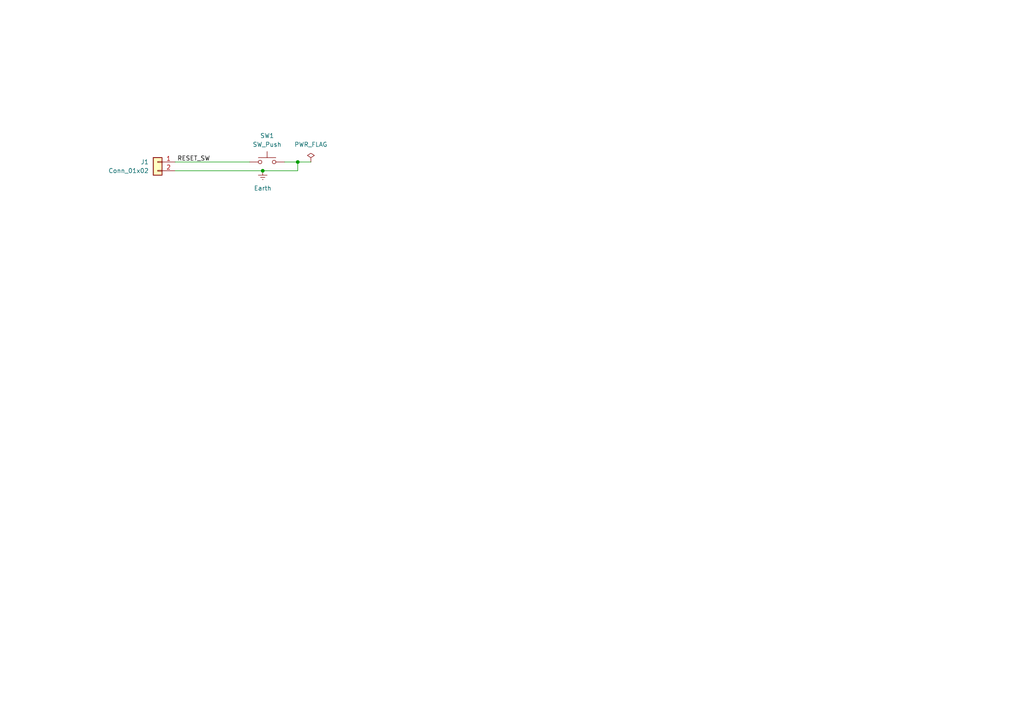
<source format=kicad_sch>
(kicad_sch
	(version 20231120)
	(generator "eeschema")
	(generator_version "8.0")
	(uuid "0dedcc2a-0ccf-43f4-92ef-26eee4e19cbc")
	(paper "A4")
	(lib_symbols
		(symbol "Connector_Generic:Conn_01x02"
			(pin_names
				(offset 1.016) hide)
			(exclude_from_sim no)
			(in_bom yes)
			(on_board yes)
			(property "Reference" "J"
				(at 0 2.54 0)
				(effects
					(font
						(size 1.27 1.27)
					)
				)
			)
			(property "Value" "Conn_01x02"
				(at 0 -5.08 0)
				(effects
					(font
						(size 1.27 1.27)
					)
				)
			)
			(property "Footprint" ""
				(at 0 0 0)
				(effects
					(font
						(size 1.27 1.27)
					)
					(hide yes)
				)
			)
			(property "Datasheet" "~"
				(at 0 0 0)
				(effects
					(font
						(size 1.27 1.27)
					)
					(hide yes)
				)
			)
			(property "Description" "Generic connector, single row, 01x02, script generated (kicad-library-utils/schlib/autogen/connector/)"
				(at 0 0 0)
				(effects
					(font
						(size 1.27 1.27)
					)
					(hide yes)
				)
			)
			(property "ki_keywords" "connector"
				(at 0 0 0)
				(effects
					(font
						(size 1.27 1.27)
					)
					(hide yes)
				)
			)
			(property "ki_fp_filters" "Connector*:*_1x??_*"
				(at 0 0 0)
				(effects
					(font
						(size 1.27 1.27)
					)
					(hide yes)
				)
			)
			(symbol "Conn_01x02_1_1"
				(rectangle
					(start -1.27 -2.413)
					(end 0 -2.667)
					(stroke
						(width 0.1524)
						(type default)
					)
					(fill
						(type none)
					)
				)
				(rectangle
					(start -1.27 0.127)
					(end 0 -0.127)
					(stroke
						(width 0.1524)
						(type default)
					)
					(fill
						(type none)
					)
				)
				(rectangle
					(start -1.27 1.27)
					(end 1.27 -3.81)
					(stroke
						(width 0.254)
						(type default)
					)
					(fill
						(type background)
					)
				)
				(pin passive line
					(at -5.08 0 0)
					(length 3.81)
					(name "Pin_1"
						(effects
							(font
								(size 1.27 1.27)
							)
						)
					)
					(number "1"
						(effects
							(font
								(size 1.27 1.27)
							)
						)
					)
				)
				(pin passive line
					(at -5.08 -2.54 0)
					(length 3.81)
					(name "Pin_2"
						(effects
							(font
								(size 1.27 1.27)
							)
						)
					)
					(number "2"
						(effects
							(font
								(size 1.27 1.27)
							)
						)
					)
				)
			)
		)
		(symbol "Switch:SW_Push"
			(pin_numbers hide)
			(pin_names
				(offset 1.016) hide)
			(exclude_from_sim no)
			(in_bom yes)
			(on_board yes)
			(property "Reference" "SW"
				(at 1.27 2.54 0)
				(effects
					(font
						(size 1.27 1.27)
					)
					(justify left)
				)
			)
			(property "Value" "SW_Push"
				(at 0 -1.524 0)
				(effects
					(font
						(size 1.27 1.27)
					)
				)
			)
			(property "Footprint" ""
				(at 0 5.08 0)
				(effects
					(font
						(size 1.27 1.27)
					)
					(hide yes)
				)
			)
			(property "Datasheet" "~"
				(at 0 5.08 0)
				(effects
					(font
						(size 1.27 1.27)
					)
					(hide yes)
				)
			)
			(property "Description" "Push button switch, generic, two pins"
				(at 0 0 0)
				(effects
					(font
						(size 1.27 1.27)
					)
					(hide yes)
				)
			)
			(property "ki_keywords" "switch normally-open pushbutton push-button"
				(at 0 0 0)
				(effects
					(font
						(size 1.27 1.27)
					)
					(hide yes)
				)
			)
			(symbol "SW_Push_0_1"
				(circle
					(center -2.032 0)
					(radius 0.508)
					(stroke
						(width 0)
						(type default)
					)
					(fill
						(type none)
					)
				)
				(polyline
					(pts
						(xy 0 1.27) (xy 0 3.048)
					)
					(stroke
						(width 0)
						(type default)
					)
					(fill
						(type none)
					)
				)
				(polyline
					(pts
						(xy 2.54 1.27) (xy -2.54 1.27)
					)
					(stroke
						(width 0)
						(type default)
					)
					(fill
						(type none)
					)
				)
				(circle
					(center 2.032 0)
					(radius 0.508)
					(stroke
						(width 0)
						(type default)
					)
					(fill
						(type none)
					)
				)
				(pin passive line
					(at -5.08 0 0)
					(length 2.54)
					(name "1"
						(effects
							(font
								(size 1.27 1.27)
							)
						)
					)
					(number "1"
						(effects
							(font
								(size 1.27 1.27)
							)
						)
					)
				)
				(pin passive line
					(at 5.08 0 180)
					(length 2.54)
					(name "2"
						(effects
							(font
								(size 1.27 1.27)
							)
						)
					)
					(number "2"
						(effects
							(font
								(size 1.27 1.27)
							)
						)
					)
				)
			)
		)
		(symbol "power:Earth"
			(power)
			(pin_numbers hide)
			(pin_names
				(offset 0) hide)
			(exclude_from_sim no)
			(in_bom yes)
			(on_board yes)
			(property "Reference" "#PWR"
				(at 0 -6.35 0)
				(effects
					(font
						(size 1.27 1.27)
					)
					(hide yes)
				)
			)
			(property "Value" "Earth"
				(at 0 -3.81 0)
				(effects
					(font
						(size 1.27 1.27)
					)
				)
			)
			(property "Footprint" ""
				(at 0 0 0)
				(effects
					(font
						(size 1.27 1.27)
					)
					(hide yes)
				)
			)
			(property "Datasheet" "~"
				(at 0 0 0)
				(effects
					(font
						(size 1.27 1.27)
					)
					(hide yes)
				)
			)
			(property "Description" "Power symbol creates a global label with name \"Earth\""
				(at 0 0 0)
				(effects
					(font
						(size 1.27 1.27)
					)
					(hide yes)
				)
			)
			(property "ki_keywords" "global ground gnd"
				(at 0 0 0)
				(effects
					(font
						(size 1.27 1.27)
					)
					(hide yes)
				)
			)
			(symbol "Earth_0_1"
				(polyline
					(pts
						(xy -0.635 -1.905) (xy 0.635 -1.905)
					)
					(stroke
						(width 0)
						(type default)
					)
					(fill
						(type none)
					)
				)
				(polyline
					(pts
						(xy -0.127 -2.54) (xy 0.127 -2.54)
					)
					(stroke
						(width 0)
						(type default)
					)
					(fill
						(type none)
					)
				)
				(polyline
					(pts
						(xy 0 -1.27) (xy 0 0)
					)
					(stroke
						(width 0)
						(type default)
					)
					(fill
						(type none)
					)
				)
				(polyline
					(pts
						(xy 1.27 -1.27) (xy -1.27 -1.27)
					)
					(stroke
						(width 0)
						(type default)
					)
					(fill
						(type none)
					)
				)
			)
			(symbol "Earth_1_1"
				(pin power_in line
					(at 0 0 270)
					(length 0)
					(name "~"
						(effects
							(font
								(size 1.27 1.27)
							)
						)
					)
					(number "1"
						(effects
							(font
								(size 1.27 1.27)
							)
						)
					)
				)
			)
		)
		(symbol "power:PWR_FLAG"
			(power)
			(pin_numbers hide)
			(pin_names
				(offset 0) hide)
			(exclude_from_sim no)
			(in_bom yes)
			(on_board yes)
			(property "Reference" "#FLG"
				(at 0 1.905 0)
				(effects
					(font
						(size 1.27 1.27)
					)
					(hide yes)
				)
			)
			(property "Value" "PWR_FLAG"
				(at 0 3.81 0)
				(effects
					(font
						(size 1.27 1.27)
					)
				)
			)
			(property "Footprint" ""
				(at 0 0 0)
				(effects
					(font
						(size 1.27 1.27)
					)
					(hide yes)
				)
			)
			(property "Datasheet" "~"
				(at 0 0 0)
				(effects
					(font
						(size 1.27 1.27)
					)
					(hide yes)
				)
			)
			(property "Description" "Special symbol for telling ERC where power comes from"
				(at 0 0 0)
				(effects
					(font
						(size 1.27 1.27)
					)
					(hide yes)
				)
			)
			(property "ki_keywords" "flag power"
				(at 0 0 0)
				(effects
					(font
						(size 1.27 1.27)
					)
					(hide yes)
				)
			)
			(symbol "PWR_FLAG_0_0"
				(pin power_out line
					(at 0 0 90)
					(length 0)
					(name "~"
						(effects
							(font
								(size 1.27 1.27)
							)
						)
					)
					(number "1"
						(effects
							(font
								(size 1.27 1.27)
							)
						)
					)
				)
			)
			(symbol "PWR_FLAG_0_1"
				(polyline
					(pts
						(xy 0 0) (xy 0 1.27) (xy -1.016 1.905) (xy 0 2.54) (xy 1.016 1.905) (xy 0 1.27)
					)
					(stroke
						(width 0)
						(type default)
					)
					(fill
						(type none)
					)
				)
			)
		)
	)
	(junction
		(at 86.36 46.99)
		(diameter 0)
		(color 0 0 0 0)
		(uuid "369b69a3-b760-4e33-b6bc-9d11300ceb60")
	)
	(junction
		(at 76.2 49.53)
		(diameter 0)
		(color 0 0 0 0)
		(uuid "c26339fe-d9dc-4424-be51-b88671f1627e")
	)
	(wire
		(pts
			(xy 82.55 46.99) (xy 86.36 46.99)
		)
		(stroke
			(width 0)
			(type default)
		)
		(uuid "89594398-2fdb-4582-8802-b62dc033535e")
	)
	(wire
		(pts
			(xy 50.8 49.53) (xy 76.2 49.53)
		)
		(stroke
			(width 0)
			(type default)
		)
		(uuid "9cb3846b-f571-4874-bd4c-5b7f10ebb5b1")
	)
	(wire
		(pts
			(xy 86.36 46.99) (xy 90.17 46.99)
		)
		(stroke
			(width 0)
			(type default)
		)
		(uuid "9d3fe17b-9629-4c6c-a274-c6b2dda44bc4")
	)
	(wire
		(pts
			(xy 86.36 46.99) (xy 86.36 49.53)
		)
		(stroke
			(width 0)
			(type default)
		)
		(uuid "a9f03c1c-d1e2-4927-9fe5-d867dc521a2a")
	)
	(wire
		(pts
			(xy 76.2 49.53) (xy 86.36 49.53)
		)
		(stroke
			(width 0)
			(type default)
		)
		(uuid "ae27fe5a-784c-4860-bee9-fb2a13b2fb12")
	)
	(wire
		(pts
			(xy 50.8 46.99) (xy 72.39 46.99)
		)
		(stroke
			(width 0)
			(type default)
		)
		(uuid "ed946124-fef6-449f-9529-8ef46e1cc7e4")
	)
	(label "RESET_SW"
		(at 60.96 46.99 180)
		(fields_autoplaced yes)
		(effects
			(font
				(size 1.27 1.27)
			)
			(justify right bottom)
		)
		(uuid "c2e14587-92fd-4342-b243-96d9be5dbcf9")
	)
	(symbol
		(lib_id "power:PWR_FLAG")
		(at 90.17 46.99 0)
		(unit 1)
		(exclude_from_sim no)
		(in_bom yes)
		(on_board yes)
		(dnp no)
		(fields_autoplaced yes)
		(uuid "0a178445-9af0-4d4a-9034-9977f04b5a39")
		(property "Reference" "#FLG01"
			(at 90.17 45.085 0)
			(effects
				(font
					(size 1.27 1.27)
				)
				(hide yes)
			)
		)
		(property "Value" "PWR_FLAG"
			(at 90.17 41.91 0)
			(effects
				(font
					(size 1.27 1.27)
				)
			)
		)
		(property "Footprint" ""
			(at 90.17 46.99 0)
			(effects
				(font
					(size 1.27 1.27)
				)
				(hide yes)
			)
		)
		(property "Datasheet" "~"
			(at 90.17 46.99 0)
			(effects
				(font
					(size 1.27 1.27)
				)
				(hide yes)
			)
		)
		(property "Description" "Special symbol for telling ERC where power comes from"
			(at 90.17 46.99 0)
			(effects
				(font
					(size 1.27 1.27)
				)
				(hide yes)
			)
		)
		(pin "1"
			(uuid "d47014de-d89b-4d30-8e63-0d647aed3ae7")
		)
		(instances
			(project ""
				(path "/0dedcc2a-0ccf-43f4-92ef-26eee4e19cbc"
					(reference "#FLG01")
					(unit 1)
				)
			)
		)
	)
	(symbol
		(lib_id "power:Earth")
		(at 76.2 49.53 0)
		(unit 1)
		(exclude_from_sim no)
		(in_bom yes)
		(on_board yes)
		(dnp no)
		(fields_autoplaced yes)
		(uuid "38b3a5a1-8643-411d-b7b9-062f00fc701b")
		(property "Reference" "#PWR01"
			(at 76.2 55.88 0)
			(effects
				(font
					(size 1.27 1.27)
				)
				(hide yes)
			)
		)
		(property "Value" "Earth"
			(at 76.2 54.61 0)
			(effects
				(font
					(size 1.27 1.27)
				)
			)
		)
		(property "Footprint" ""
			(at 76.2 49.53 0)
			(effects
				(font
					(size 1.27 1.27)
				)
				(hide yes)
			)
		)
		(property "Datasheet" "~"
			(at 76.2 49.53 0)
			(effects
				(font
					(size 1.27 1.27)
				)
				(hide yes)
			)
		)
		(property "Description" "Power symbol creates a global label with name \"Earth\""
			(at 76.2 49.53 0)
			(effects
				(font
					(size 1.27 1.27)
				)
				(hide yes)
			)
		)
		(pin "1"
			(uuid "b9fba27b-dbcf-418b-9c76-d89b80b3cdea")
		)
		(instances
			(project "esp32_iot_relay_reset_button"
				(path "/0dedcc2a-0ccf-43f4-92ef-26eee4e19cbc"
					(reference "#PWR01")
					(unit 1)
				)
			)
		)
	)
	(symbol
		(lib_id "Switch:SW_Push")
		(at 77.47 46.99 0)
		(unit 1)
		(exclude_from_sim no)
		(in_bom yes)
		(on_board yes)
		(dnp no)
		(fields_autoplaced yes)
		(uuid "42cd68cc-ce37-4baa-88ee-4653b4db1834")
		(property "Reference" "SW1"
			(at 77.47 39.37 0)
			(effects
				(font
					(size 1.27 1.27)
				)
			)
		)
		(property "Value" "SW_Push"
			(at 77.47 41.91 0)
			(effects
				(font
					(size 1.27 1.27)
				)
			)
		)
		(property "Footprint" "Button_Switch_THT:SW_PUSH_6mm_H5mm"
			(at 77.47 41.91 0)
			(effects
				(font
					(size 1.27 1.27)
				)
				(hide yes)
			)
		)
		(property "Datasheet" "~"
			(at 77.47 41.91 0)
			(effects
				(font
					(size 1.27 1.27)
				)
				(hide yes)
			)
		)
		(property "Description" "Push button switch, generic, two pins"
			(at 77.47 46.99 0)
			(effects
				(font
					(size 1.27 1.27)
				)
				(hide yes)
			)
		)
		(pin "2"
			(uuid "e8df06be-4cd7-4139-8df1-e7862027a0a3")
		)
		(pin "1"
			(uuid "7f013d04-ca9b-4997-be44-1d9ac1914cf9")
		)
		(instances
			(project "esp32_iot_relay_reset_button"
				(path "/0dedcc2a-0ccf-43f4-92ef-26eee4e19cbc"
					(reference "SW1")
					(unit 1)
				)
			)
		)
	)
	(symbol
		(lib_id "Connector_Generic:Conn_01x02")
		(at 45.72 46.99 0)
		(mirror y)
		(unit 1)
		(exclude_from_sim no)
		(in_bom yes)
		(on_board yes)
		(dnp no)
		(uuid "59c9543f-23e5-4a26-a2ea-7a4321871653")
		(property "Reference" "J1"
			(at 43.18 46.9899 0)
			(effects
				(font
					(size 1.27 1.27)
				)
				(justify left)
			)
		)
		(property "Value" "Conn_01x02"
			(at 43.18 49.5299 0)
			(effects
				(font
					(size 1.27 1.27)
				)
				(justify left)
			)
		)
		(property "Footprint" "Connector_PinSocket_2.54mm:PinSocket_1x02_P2.54mm_Vertical"
			(at 45.72 46.99 0)
			(effects
				(font
					(size 1.27 1.27)
				)
				(hide yes)
			)
		)
		(property "Datasheet" "~"
			(at 45.72 46.99 0)
			(effects
				(font
					(size 1.27 1.27)
				)
				(hide yes)
			)
		)
		(property "Description" "Generic connector, single row, 01x02, script generated (kicad-library-utils/schlib/autogen/connector/)"
			(at 45.72 46.99 0)
			(effects
				(font
					(size 1.27 1.27)
				)
				(hide yes)
			)
		)
		(pin "1"
			(uuid "8fb7c843-1211-42ee-969d-913e296f3690")
		)
		(pin "2"
			(uuid "7deee107-ae8e-487f-9a3d-f7ef3ad2cea9")
		)
		(instances
			(project "esp32_iot_relay_reset_button"
				(path "/0dedcc2a-0ccf-43f4-92ef-26eee4e19cbc"
					(reference "J1")
					(unit 1)
				)
			)
		)
	)
	(sheet_instances
		(path "/"
			(page "1")
		)
	)
)

</source>
